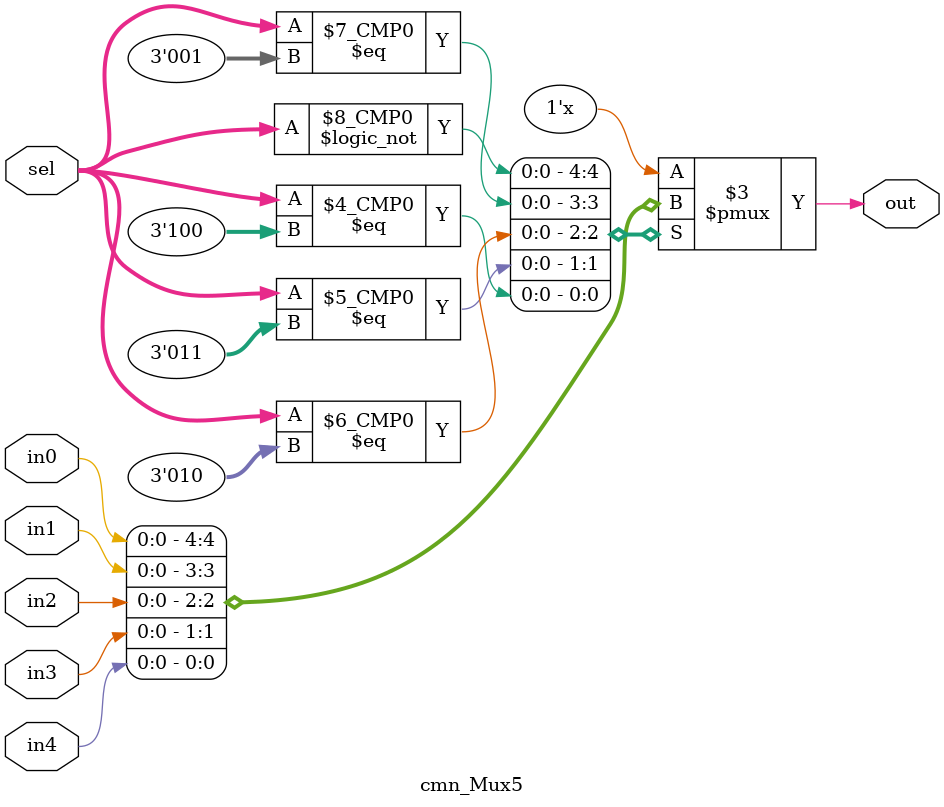
<source format=v>
module cmn_Mux5 (
	in0,
	in1,
	in2,
	in3,
	in4,
	sel,
	out
);
	parameter p_nbits = 1;
	input wire [p_nbits - 1:0] in0;
	input wire [p_nbits - 1:0] in1;
	input wire [p_nbits - 1:0] in2;
	input wire [p_nbits - 1:0] in3;
	input wire [p_nbits - 1:0] in4;
	input wire [2:0] sel;
	output reg [p_nbits - 1:0] out;
	always @(*)
		case (sel)
			3'd0: out = in0;
			3'd1: out = in1;
			3'd2: out = in2;
			3'd3: out = in3;
			3'd4: out = in4;
			default: out = {p_nbits {1'bx}};
		endcase
endmodule

</source>
